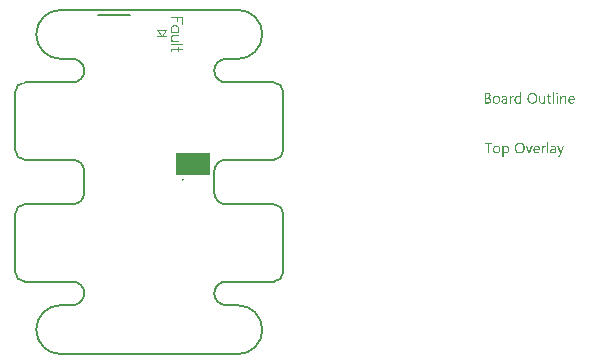
<source format=gto>
G04*
G04 #@! TF.GenerationSoftware,Altium Limited,Altium Designer,21.3.1 (25)*
G04*
G04 Layer_Color=65535*
%FSAX25Y25*%
%MOIN*%
G70*
G04*
G04 #@! TF.SameCoordinates,F5ED4B0F-9D4D-4CB6-A318-13B1BB274F9C*
G04*
G04*
G04 #@! TF.FilePolarity,Positive*
G04*
G01*
G75*
%ADD10C,0.00591*%
%ADD11C,0.00787*%
%ADD12C,0.00394*%
%ADD13R,0.11516X0.07792*%
G36*
X0136020Y0087185D02*
X0136045D01*
X0136101Y0087160D01*
X0136132Y0087141D01*
X0136162Y0087117D01*
X0136169Y0087111D01*
X0136175Y0087104D01*
X0136206Y0087067D01*
X0136231Y0087005D01*
X0136237Y0086968D01*
X0136243Y0086931D01*
Y0086925D01*
Y0086912D01*
X0136237Y0086894D01*
X0136231Y0086869D01*
X0136212Y0086807D01*
X0136187Y0086776D01*
X0136162Y0086745D01*
X0136156D01*
X0136150Y0086733D01*
X0136113Y0086708D01*
X0136057Y0086683D01*
X0136020Y0086677D01*
X0135983Y0086671D01*
X0135964D01*
X0135946Y0086677D01*
X0135921D01*
X0135859Y0086702D01*
X0135828Y0086714D01*
X0135797Y0086739D01*
Y0086745D01*
X0135785Y0086752D01*
X0135773Y0086770D01*
X0135760Y0086789D01*
X0135735Y0086851D01*
X0135729Y0086888D01*
X0135723Y0086931D01*
Y0086937D01*
Y0086949D01*
X0135729Y0086968D01*
X0135735Y0086999D01*
X0135754Y0087055D01*
X0135773Y0087086D01*
X0135797Y0087117D01*
X0135803Y0087123D01*
X0135810Y0087129D01*
X0135847Y0087154D01*
X0135909Y0087179D01*
X0135946Y0087191D01*
X0136002D01*
X0136020Y0087185D01*
D02*
G37*
G36*
X0124030Y0083520D02*
X0123628D01*
Y0083941D01*
X0123615D01*
Y0083935D01*
X0123603Y0083923D01*
X0123584Y0083898D01*
X0123566Y0083867D01*
X0123535Y0083830D01*
X0123498Y0083793D01*
X0123454Y0083749D01*
X0123405Y0083706D01*
X0123349Y0083657D01*
X0123281Y0083613D01*
X0123213Y0083576D01*
X0123133Y0083539D01*
X0123052Y0083508D01*
X0122959Y0083483D01*
X0122860Y0083471D01*
X0122755Y0083465D01*
X0122712D01*
X0122675Y0083471D01*
X0122637Y0083477D01*
X0122588Y0083483D01*
X0122483Y0083508D01*
X0122359Y0083545D01*
X0122235Y0083607D01*
X0122167Y0083644D01*
X0122111Y0083687D01*
X0122049Y0083743D01*
X0121994Y0083799D01*
Y0083805D01*
X0121981Y0083817D01*
X0121969Y0083836D01*
X0121950Y0083861D01*
X0121932Y0083892D01*
X0121907Y0083935D01*
X0121882Y0083985D01*
X0121857Y0084040D01*
X0121826Y0084102D01*
X0121802Y0084170D01*
X0121777Y0084245D01*
X0121758Y0084325D01*
X0121740Y0084412D01*
X0121727Y0084511D01*
X0121721Y0084610D01*
X0121715Y0084715D01*
Y0084721D01*
Y0084740D01*
Y0084777D01*
X0121721Y0084820D01*
X0121727Y0084870D01*
X0121734Y0084932D01*
X0121740Y0085000D01*
X0121752Y0085074D01*
X0121789Y0085235D01*
X0121845Y0085402D01*
X0121882Y0085483D01*
X0121925Y0085563D01*
X0121969Y0085637D01*
X0122025Y0085711D01*
X0122031Y0085718D01*
X0122037Y0085730D01*
X0122055Y0085749D01*
X0122080Y0085773D01*
X0122111Y0085798D01*
X0122154Y0085829D01*
X0122198Y0085866D01*
X0122247Y0085903D01*
X0122371Y0085971D01*
X0122513Y0086033D01*
X0122594Y0086052D01*
X0122681Y0086071D01*
X0122767Y0086083D01*
X0122866Y0086089D01*
X0122916D01*
X0122953Y0086083D01*
X0122990Y0086077D01*
X0123040Y0086071D01*
X0123151Y0086040D01*
X0123275Y0085990D01*
X0123337Y0085959D01*
X0123399Y0085916D01*
X0123461Y0085873D01*
X0123516Y0085817D01*
X0123566Y0085755D01*
X0123615Y0085681D01*
X0123628D01*
Y0087240D01*
X0124030D01*
Y0083520D01*
D02*
G37*
G36*
X0138298Y0086083D02*
X0138372Y0086077D01*
X0138465Y0086058D01*
X0138564Y0086027D01*
X0138669Y0085978D01*
X0138775Y0085910D01*
X0138818Y0085873D01*
X0138861Y0085823D01*
X0138874Y0085811D01*
X0138899Y0085773D01*
X0138929Y0085711D01*
X0138973Y0085625D01*
X0139010Y0085520D01*
X0139047Y0085390D01*
X0139072Y0085235D01*
X0139078Y0085055D01*
Y0083520D01*
X0138676D01*
Y0084950D01*
Y0084956D01*
Y0084987D01*
X0138669Y0085024D01*
Y0085074D01*
X0138657Y0085136D01*
X0138645Y0085204D01*
X0138626Y0085278D01*
X0138601Y0085352D01*
X0138570Y0085427D01*
X0138533Y0085495D01*
X0138484Y0085563D01*
X0138428Y0085625D01*
X0138366Y0085674D01*
X0138286Y0085711D01*
X0138199Y0085742D01*
X0138094Y0085749D01*
X0138081D01*
X0138044Y0085742D01*
X0137988Y0085736D01*
X0137920Y0085718D01*
X0137840Y0085693D01*
X0137753Y0085650D01*
X0137673Y0085594D01*
X0137592Y0085520D01*
X0137586Y0085507D01*
X0137561Y0085483D01*
X0137531Y0085433D01*
X0137493Y0085365D01*
X0137456Y0085284D01*
X0137425Y0085185D01*
X0137400Y0085074D01*
X0137394Y0084950D01*
Y0083520D01*
X0136992D01*
Y0086033D01*
X0137394D01*
Y0085612D01*
X0137407D01*
X0137413Y0085619D01*
X0137419Y0085631D01*
X0137438Y0085656D01*
X0137462Y0085687D01*
X0137487Y0085724D01*
X0137524Y0085761D01*
X0137568Y0085804D01*
X0137617Y0085854D01*
X0137673Y0085897D01*
X0137735Y0085941D01*
X0137803Y0085978D01*
X0137877Y0086015D01*
X0137951Y0086046D01*
X0138038Y0086071D01*
X0138131Y0086083D01*
X0138230Y0086089D01*
X0138267D01*
X0138298Y0086083D01*
D02*
G37*
G36*
X0121300Y0086071D02*
X0121375Y0086064D01*
X0121418Y0086052D01*
X0121449Y0086040D01*
Y0085625D01*
X0121443Y0085631D01*
X0121430Y0085637D01*
X0121405Y0085650D01*
X0121375Y0085668D01*
X0121331Y0085681D01*
X0121275Y0085693D01*
X0121214Y0085699D01*
X0121145Y0085705D01*
X0121133D01*
X0121102Y0085699D01*
X0121053Y0085693D01*
X0120997Y0085674D01*
X0120923Y0085644D01*
X0120855Y0085600D01*
X0120780Y0085538D01*
X0120712Y0085458D01*
X0120706Y0085445D01*
X0120687Y0085414D01*
X0120657Y0085359D01*
X0120626Y0085284D01*
X0120595Y0085192D01*
X0120564Y0085074D01*
X0120545Y0084944D01*
X0120539Y0084795D01*
Y0083520D01*
X0120137D01*
Y0086033D01*
X0120539D01*
Y0085514D01*
X0120551D01*
Y0085520D01*
X0120557Y0085526D01*
X0120570Y0085557D01*
X0120588Y0085606D01*
X0120619Y0085668D01*
X0120650Y0085730D01*
X0120700Y0085798D01*
X0120749Y0085866D01*
X0120811Y0085928D01*
X0120817Y0085934D01*
X0120842Y0085953D01*
X0120879Y0085978D01*
X0120929Y0086002D01*
X0120985Y0086027D01*
X0121053Y0086052D01*
X0121127Y0086071D01*
X0121207Y0086077D01*
X0121263D01*
X0121300Y0086071D01*
D02*
G37*
G36*
X0132040Y0083520D02*
X0131638D01*
Y0083916D01*
X0131625D01*
Y0083910D01*
X0131613Y0083898D01*
X0131600Y0083873D01*
X0131576Y0083848D01*
X0131520Y0083774D01*
X0131433Y0083694D01*
X0131384Y0083650D01*
X0131328Y0083607D01*
X0131266Y0083570D01*
X0131192Y0083533D01*
X0131118Y0083508D01*
X0131037Y0083483D01*
X0130944Y0083471D01*
X0130851Y0083465D01*
X0130814D01*
X0130771Y0083471D01*
X0130709Y0083483D01*
X0130641Y0083495D01*
X0130567Y0083520D01*
X0130486Y0083551D01*
X0130406Y0083601D01*
X0130319Y0083657D01*
X0130239Y0083725D01*
X0130164Y0083811D01*
X0130096Y0083916D01*
X0130034Y0084034D01*
X0129991Y0084176D01*
X0129966Y0084344D01*
X0129954Y0084430D01*
Y0084529D01*
Y0086033D01*
X0130350D01*
Y0084591D01*
Y0084585D01*
Y0084560D01*
X0130356Y0084517D01*
X0130362Y0084467D01*
X0130369Y0084405D01*
X0130381Y0084344D01*
X0130400Y0084269D01*
X0130424Y0084195D01*
X0130462Y0084121D01*
X0130499Y0084053D01*
X0130548Y0083985D01*
X0130610Y0083923D01*
X0130678Y0083873D01*
X0130759Y0083836D01*
X0130858Y0083805D01*
X0130963Y0083799D01*
X0130975D01*
X0131012Y0083805D01*
X0131068Y0083811D01*
X0131130Y0083824D01*
X0131210Y0083855D01*
X0131291Y0083892D01*
X0131371Y0083941D01*
X0131446Y0084016D01*
X0131452Y0084028D01*
X0131477Y0084053D01*
X0131508Y0084102D01*
X0131545Y0084170D01*
X0131576Y0084251D01*
X0131607Y0084350D01*
X0131631Y0084461D01*
X0131638Y0084585D01*
Y0086033D01*
X0132040D01*
Y0083520D01*
D02*
G37*
G36*
X0136175D02*
X0135773D01*
Y0086033D01*
X0136175D01*
Y0083520D01*
D02*
G37*
G36*
X0134955D02*
X0134553D01*
Y0087240D01*
X0134955D01*
Y0083520D01*
D02*
G37*
G36*
X0118577Y0086083D02*
X0118632Y0086077D01*
X0118701Y0086058D01*
X0118775Y0086040D01*
X0118855Y0086009D01*
X0118942Y0085971D01*
X0119022Y0085922D01*
X0119103Y0085860D01*
X0119177Y0085786D01*
X0119245Y0085693D01*
X0119301Y0085588D01*
X0119344Y0085464D01*
X0119369Y0085322D01*
X0119381Y0085154D01*
Y0083520D01*
X0118979D01*
Y0083910D01*
X0118967D01*
Y0083904D01*
X0118954Y0083892D01*
X0118942Y0083867D01*
X0118917Y0083842D01*
X0118855Y0083768D01*
X0118775Y0083687D01*
X0118663Y0083607D01*
X0118533Y0083533D01*
X0118453Y0083508D01*
X0118372Y0083483D01*
X0118286Y0083471D01*
X0118193Y0083465D01*
X0118156D01*
X0118131Y0083471D01*
X0118063Y0083477D01*
X0117982Y0083489D01*
X0117883Y0083514D01*
X0117791Y0083545D01*
X0117692Y0083595D01*
X0117605Y0083657D01*
X0117599Y0083669D01*
X0117574Y0083694D01*
X0117537Y0083737D01*
X0117500Y0083799D01*
X0117463Y0083873D01*
X0117425Y0083960D01*
X0117401Y0084065D01*
X0117394Y0084183D01*
Y0084189D01*
Y0084214D01*
X0117401Y0084251D01*
X0117407Y0084294D01*
X0117419Y0084350D01*
X0117438Y0084412D01*
X0117463Y0084480D01*
X0117500Y0084548D01*
X0117543Y0084622D01*
X0117599Y0084696D01*
X0117667Y0084764D01*
X0117747Y0084826D01*
X0117840Y0084888D01*
X0117952Y0084938D01*
X0118075Y0084975D01*
X0118224Y0085006D01*
X0118979Y0085111D01*
Y0085117D01*
Y0085136D01*
X0118973Y0085173D01*
Y0085210D01*
X0118960Y0085260D01*
X0118954Y0085315D01*
X0118917Y0085433D01*
X0118886Y0085489D01*
X0118855Y0085544D01*
X0118812Y0085600D01*
X0118762Y0085650D01*
X0118701Y0085693D01*
X0118632Y0085724D01*
X0118552Y0085742D01*
X0118459Y0085749D01*
X0118416D01*
X0118385Y0085742D01*
X0118342D01*
X0118298Y0085730D01*
X0118187Y0085711D01*
X0118063Y0085674D01*
X0117927Y0085619D01*
X0117852Y0085582D01*
X0117784Y0085544D01*
X0117710Y0085495D01*
X0117642Y0085439D01*
Y0085854D01*
X0117648D01*
X0117661Y0085866D01*
X0117679Y0085879D01*
X0117710Y0085891D01*
X0117741Y0085910D01*
X0117784Y0085928D01*
X0117834Y0085947D01*
X0117890Y0085971D01*
X0118013Y0086015D01*
X0118162Y0086052D01*
X0118323Y0086077D01*
X0118496Y0086089D01*
X0118533D01*
X0118577Y0086083D01*
D02*
G37*
G36*
X0112888Y0087030D02*
X0112931D01*
X0112975Y0087024D01*
X0113074Y0087011D01*
X0113191Y0086980D01*
X0113315Y0086943D01*
X0113433Y0086888D01*
X0113538Y0086813D01*
X0113544D01*
X0113550Y0086801D01*
X0113581Y0086776D01*
X0113625Y0086727D01*
X0113674Y0086659D01*
X0113717Y0086572D01*
X0113761Y0086473D01*
X0113792Y0086361D01*
X0113804Y0086300D01*
Y0086231D01*
Y0086225D01*
Y0086219D01*
Y0086182D01*
X0113798Y0086126D01*
X0113786Y0086058D01*
X0113767Y0085971D01*
X0113736Y0085885D01*
X0113699Y0085798D01*
X0113643Y0085711D01*
X0113637Y0085699D01*
X0113612Y0085674D01*
X0113575Y0085637D01*
X0113526Y0085588D01*
X0113464Y0085538D01*
X0113390Y0085483D01*
X0113297Y0085439D01*
X0113198Y0085396D01*
Y0085390D01*
X0113216D01*
X0113235Y0085383D01*
X0113253Y0085377D01*
X0113321Y0085365D01*
X0113402Y0085340D01*
X0113488Y0085303D01*
X0113581Y0085260D01*
X0113674Y0085198D01*
X0113761Y0085117D01*
X0113773Y0085105D01*
X0113798Y0085074D01*
X0113829Y0085031D01*
X0113872Y0084963D01*
X0113909Y0084876D01*
X0113947Y0084777D01*
X0113971Y0084659D01*
X0113978Y0084529D01*
Y0084523D01*
Y0084511D01*
Y0084486D01*
X0113971Y0084455D01*
X0113965Y0084418D01*
X0113959Y0084374D01*
X0113934Y0084269D01*
X0113897Y0084152D01*
X0113841Y0084028D01*
X0113804Y0083972D01*
X0113761Y0083910D01*
X0113705Y0083855D01*
X0113649Y0083799D01*
X0113643D01*
X0113637Y0083786D01*
X0113619Y0083774D01*
X0113594Y0083755D01*
X0113563Y0083737D01*
X0113520Y0083712D01*
X0113427Y0083663D01*
X0113309Y0083607D01*
X0113173Y0083564D01*
X0113012Y0083533D01*
X0112931Y0083526D01*
X0112839Y0083520D01*
X0111811D01*
Y0087036D01*
X0112857D01*
X0112888Y0087030D01*
D02*
G37*
G36*
X0133383Y0086033D02*
X0134021D01*
Y0085687D01*
X0133383D01*
Y0084269D01*
Y0084257D01*
Y0084226D01*
X0133389Y0084183D01*
X0133396Y0084127D01*
X0133420Y0084009D01*
X0133439Y0083954D01*
X0133470Y0083910D01*
X0133476Y0083904D01*
X0133488Y0083892D01*
X0133507Y0083879D01*
X0133538Y0083861D01*
X0133575Y0083836D01*
X0133625Y0083824D01*
X0133686Y0083811D01*
X0133755Y0083805D01*
X0133779D01*
X0133810Y0083811D01*
X0133847Y0083817D01*
X0133934Y0083842D01*
X0133977Y0083861D01*
X0134021Y0083886D01*
Y0083539D01*
X0134015D01*
X0133996Y0083526D01*
X0133965Y0083520D01*
X0133922Y0083508D01*
X0133866Y0083495D01*
X0133804Y0083483D01*
X0133730Y0083477D01*
X0133643Y0083471D01*
X0133612D01*
X0133581Y0083477D01*
X0133538Y0083483D01*
X0133488Y0083495D01*
X0133433Y0083508D01*
X0133377Y0083533D01*
X0133315Y0083564D01*
X0133253Y0083601D01*
X0133191Y0083650D01*
X0133136Y0083706D01*
X0133086Y0083780D01*
X0133043Y0083861D01*
X0133012Y0083960D01*
X0132987Y0084071D01*
X0132981Y0084201D01*
Y0085687D01*
X0132554D01*
Y0086033D01*
X0132981D01*
Y0086646D01*
X0133383Y0086776D01*
Y0086033D01*
D02*
G37*
G36*
X0140910Y0086083D02*
X0140954Y0086077D01*
X0140997Y0086071D01*
X0141108Y0086052D01*
X0141232Y0086009D01*
X0141356Y0085953D01*
X0141418Y0085916D01*
X0141480Y0085873D01*
X0141535Y0085823D01*
X0141591Y0085767D01*
X0141597Y0085761D01*
X0141604Y0085755D01*
X0141616Y0085736D01*
X0141634Y0085711D01*
X0141653Y0085674D01*
X0141678Y0085637D01*
X0141702Y0085594D01*
X0141727Y0085538D01*
X0141752Y0085476D01*
X0141777Y0085414D01*
X0141802Y0085340D01*
X0141820Y0085260D01*
X0141839Y0085173D01*
X0141851Y0085086D01*
X0141864Y0084987D01*
Y0084882D01*
Y0084672D01*
X0140087D01*
Y0084665D01*
Y0084653D01*
Y0084635D01*
X0140093Y0084604D01*
X0140099Y0084566D01*
Y0084529D01*
X0140118Y0084430D01*
X0140149Y0084331D01*
X0140186Y0084220D01*
X0140242Y0084114D01*
X0140310Y0084022D01*
X0140322Y0084009D01*
X0140347Y0083985D01*
X0140396Y0083954D01*
X0140464Y0083910D01*
X0140551Y0083867D01*
X0140650Y0083836D01*
X0140768Y0083811D01*
X0140904Y0083799D01*
X0140947D01*
X0140978Y0083805D01*
X0141015D01*
X0141059Y0083811D01*
X0141164Y0083836D01*
X0141282Y0083867D01*
X0141412Y0083916D01*
X0141548Y0083985D01*
X0141616Y0084028D01*
X0141684Y0084077D01*
Y0083700D01*
X0141678D01*
X0141672Y0083687D01*
X0141653Y0083681D01*
X0141622Y0083663D01*
X0141591Y0083644D01*
X0141554Y0083626D01*
X0141504Y0083607D01*
X0141455Y0083582D01*
X0141393Y0083557D01*
X0141325Y0083539D01*
X0141176Y0083502D01*
X0141003Y0083477D01*
X0140811Y0083465D01*
X0140762D01*
X0140725Y0083471D01*
X0140681Y0083477D01*
X0140626Y0083483D01*
X0140508Y0083508D01*
X0140372Y0083545D01*
X0140235Y0083607D01*
X0140167Y0083650D01*
X0140099Y0083694D01*
X0140037Y0083743D01*
X0139976Y0083805D01*
X0139969Y0083811D01*
X0139963Y0083824D01*
X0139951Y0083842D01*
X0139926Y0083867D01*
X0139907Y0083904D01*
X0139883Y0083947D01*
X0139852Y0083997D01*
X0139827Y0084053D01*
X0139796Y0084114D01*
X0139771Y0084189D01*
X0139740Y0084269D01*
X0139722Y0084356D01*
X0139703Y0084449D01*
X0139685Y0084548D01*
X0139678Y0084653D01*
X0139672Y0084764D01*
Y0084771D01*
Y0084789D01*
Y0084820D01*
X0139678Y0084864D01*
X0139685Y0084913D01*
X0139691Y0084969D01*
X0139697Y0085037D01*
X0139716Y0085105D01*
X0139753Y0085254D01*
X0139808Y0085414D01*
X0139846Y0085495D01*
X0139895Y0085569D01*
X0139945Y0085650D01*
X0140000Y0085718D01*
X0140006Y0085724D01*
X0140019Y0085736D01*
X0140037Y0085755D01*
X0140062Y0085773D01*
X0140093Y0085804D01*
X0140130Y0085835D01*
X0140180Y0085866D01*
X0140229Y0085903D01*
X0140347Y0085971D01*
X0140489Y0086033D01*
X0140570Y0086052D01*
X0140650Y0086071D01*
X0140737Y0086083D01*
X0140830Y0086089D01*
X0140879D01*
X0140910Y0086083D01*
D02*
G37*
G36*
X0127868Y0087092D02*
X0127930Y0087086D01*
X0128004Y0087073D01*
X0128085Y0087055D01*
X0128171Y0087036D01*
X0128258Y0087011D01*
X0128357Y0086980D01*
X0128450Y0086937D01*
X0128549Y0086888D01*
X0128648Y0086832D01*
X0128741Y0086764D01*
X0128833Y0086690D01*
X0128920Y0086603D01*
X0128926Y0086597D01*
X0128939Y0086578D01*
X0128963Y0086553D01*
X0128988Y0086516D01*
X0129025Y0086467D01*
X0129063Y0086405D01*
X0129100Y0086337D01*
X0129143Y0086263D01*
X0129186Y0086170D01*
X0129224Y0086077D01*
X0129261Y0085971D01*
X0129298Y0085854D01*
X0129323Y0085736D01*
X0129347Y0085606D01*
X0129360Y0085464D01*
X0129366Y0085322D01*
Y0085309D01*
Y0085284D01*
Y0085241D01*
X0129360Y0085179D01*
X0129353Y0085105D01*
X0129341Y0085024D01*
X0129329Y0084932D01*
X0129310Y0084826D01*
X0129285Y0084721D01*
X0129254Y0084610D01*
X0129217Y0084498D01*
X0129174Y0084387D01*
X0129118Y0084269D01*
X0129056Y0084164D01*
X0128988Y0084059D01*
X0128908Y0083960D01*
X0128902Y0083954D01*
X0128889Y0083941D01*
X0128858Y0083916D01*
X0128827Y0083886D01*
X0128778Y0083842D01*
X0128722Y0083805D01*
X0128660Y0083755D01*
X0128586Y0083712D01*
X0128505Y0083669D01*
X0128413Y0083619D01*
X0128314Y0083582D01*
X0128202Y0083545D01*
X0128085Y0083508D01*
X0127961Y0083483D01*
X0127831Y0083471D01*
X0127688Y0083465D01*
X0127657D01*
X0127614Y0083471D01*
X0127565D01*
X0127503Y0083477D01*
X0127428Y0083489D01*
X0127348Y0083508D01*
X0127255Y0083526D01*
X0127162Y0083551D01*
X0127063Y0083582D01*
X0126964Y0083626D01*
X0126865Y0083669D01*
X0126766Y0083725D01*
X0126667Y0083793D01*
X0126574Y0083867D01*
X0126488Y0083954D01*
X0126481Y0083960D01*
X0126469Y0083978D01*
X0126444Y0084003D01*
X0126419Y0084040D01*
X0126382Y0084090D01*
X0126345Y0084152D01*
X0126308Y0084220D01*
X0126265Y0084300D01*
X0126221Y0084387D01*
X0126184Y0084480D01*
X0126147Y0084585D01*
X0126110Y0084703D01*
X0126085Y0084820D01*
X0126060Y0084950D01*
X0126048Y0085093D01*
X0126042Y0085235D01*
Y0085247D01*
Y0085272D01*
X0126048Y0085315D01*
Y0085377D01*
X0126054Y0085445D01*
X0126067Y0085532D01*
X0126079Y0085625D01*
X0126098Y0085724D01*
X0126122Y0085829D01*
X0126153Y0085941D01*
X0126190Y0086052D01*
X0126234Y0086163D01*
X0126289Y0086275D01*
X0126351Y0086386D01*
X0126419Y0086492D01*
X0126500Y0086590D01*
X0126506Y0086597D01*
X0126518Y0086615D01*
X0126549Y0086640D01*
X0126587Y0086671D01*
X0126630Y0086708D01*
X0126686Y0086752D01*
X0126754Y0086795D01*
X0126828Y0086844D01*
X0126915Y0086894D01*
X0127007Y0086937D01*
X0127106Y0086980D01*
X0127218Y0087018D01*
X0127342Y0087049D01*
X0127472Y0087080D01*
X0127608Y0087092D01*
X0127750Y0087098D01*
X0127818D01*
X0127868Y0087092D01*
D02*
G37*
G36*
X0115841Y0086083D02*
X0115884Y0086077D01*
X0115940Y0086071D01*
X0116064Y0086046D01*
X0116206Y0086002D01*
X0116348Y0085941D01*
X0116423Y0085903D01*
X0116491Y0085860D01*
X0116559Y0085804D01*
X0116621Y0085742D01*
X0116627Y0085736D01*
X0116633Y0085724D01*
X0116652Y0085705D01*
X0116670Y0085681D01*
X0116695Y0085644D01*
X0116720Y0085600D01*
X0116751Y0085551D01*
X0116782Y0085495D01*
X0116806Y0085427D01*
X0116837Y0085359D01*
X0116862Y0085278D01*
X0116887Y0085192D01*
X0116905Y0085099D01*
X0116924Y0085000D01*
X0116930Y0084895D01*
X0116936Y0084783D01*
Y0084777D01*
Y0084758D01*
Y0084727D01*
X0116930Y0084684D01*
X0116924Y0084635D01*
X0116918Y0084573D01*
X0116905Y0084511D01*
X0116893Y0084436D01*
X0116856Y0084288D01*
X0116794Y0084127D01*
X0116757Y0084046D01*
X0116707Y0083966D01*
X0116658Y0083892D01*
X0116596Y0083824D01*
X0116590Y0083817D01*
X0116577Y0083811D01*
X0116559Y0083793D01*
X0116534Y0083768D01*
X0116497Y0083743D01*
X0116460Y0083712D01*
X0116410Y0083675D01*
X0116355Y0083644D01*
X0116293Y0083613D01*
X0116225Y0083576D01*
X0116150Y0083545D01*
X0116070Y0083520D01*
X0115983Y0083495D01*
X0115890Y0083483D01*
X0115791Y0083471D01*
X0115686Y0083465D01*
X0115630D01*
X0115593Y0083471D01*
X0115550Y0083477D01*
X0115494Y0083483D01*
X0115432Y0083495D01*
X0115364Y0083508D01*
X0115222Y0083551D01*
X0115073Y0083613D01*
X0114999Y0083650D01*
X0114931Y0083700D01*
X0114863Y0083749D01*
X0114795Y0083811D01*
X0114788Y0083817D01*
X0114782Y0083830D01*
X0114764Y0083848D01*
X0114745Y0083873D01*
X0114720Y0083910D01*
X0114689Y0083954D01*
X0114658Y0084003D01*
X0114634Y0084059D01*
X0114603Y0084127D01*
X0114572Y0084195D01*
X0114541Y0084269D01*
X0114516Y0084356D01*
X0114479Y0084542D01*
X0114473Y0084641D01*
X0114467Y0084746D01*
Y0084752D01*
Y0084777D01*
Y0084808D01*
X0114473Y0084851D01*
X0114479Y0084901D01*
X0114485Y0084963D01*
X0114497Y0085031D01*
X0114510Y0085105D01*
X0114547Y0085266D01*
X0114609Y0085427D01*
X0114652Y0085507D01*
X0114696Y0085588D01*
X0114745Y0085662D01*
X0114807Y0085730D01*
X0114813Y0085736D01*
X0114825Y0085749D01*
X0114844Y0085761D01*
X0114869Y0085786D01*
X0114906Y0085811D01*
X0114949Y0085842D01*
X0114999Y0085879D01*
X0115055Y0085910D01*
X0115117Y0085941D01*
X0115191Y0085978D01*
X0115265Y0086009D01*
X0115352Y0086033D01*
X0115438Y0086058D01*
X0115537Y0086077D01*
X0115643Y0086083D01*
X0115748Y0086089D01*
X0115804D01*
X0115841Y0086083D01*
D02*
G37*
G36*
X0119053Y0069493D02*
X0119097Y0069487D01*
X0119140Y0069481D01*
X0119251Y0069456D01*
X0119375Y0069419D01*
X0119499Y0069357D01*
X0119561Y0069320D01*
X0119623Y0069270D01*
X0119678Y0069221D01*
X0119734Y0069159D01*
X0119740Y0069152D01*
X0119747Y0069146D01*
X0119759Y0069122D01*
X0119778Y0069097D01*
X0119796Y0069066D01*
X0119821Y0069023D01*
X0119846Y0068973D01*
X0119870Y0068923D01*
X0119895Y0068862D01*
X0119920Y0068793D01*
X0119945Y0068719D01*
X0119963Y0068639D01*
X0119994Y0068459D01*
X0120007Y0068360D01*
Y0068255D01*
Y0068249D01*
Y0068230D01*
Y0068193D01*
X0120000Y0068150D01*
Y0068100D01*
X0119988Y0068038D01*
X0119982Y0067970D01*
X0119969Y0067896D01*
X0119932Y0067735D01*
X0119877Y0067568D01*
X0119840Y0067487D01*
X0119802Y0067407D01*
X0119753Y0067326D01*
X0119697Y0067252D01*
X0119691Y0067246D01*
X0119685Y0067234D01*
X0119666Y0067215D01*
X0119641Y0067197D01*
X0119610Y0067165D01*
X0119573Y0067135D01*
X0119530Y0067098D01*
X0119480Y0067067D01*
X0119425Y0067029D01*
X0119363Y0066992D01*
X0119214Y0066936D01*
X0119134Y0066912D01*
X0119053Y0066893D01*
X0118960Y0066881D01*
X0118861Y0066875D01*
X0118812D01*
X0118781Y0066881D01*
X0118738Y0066887D01*
X0118694Y0066899D01*
X0118583Y0066924D01*
X0118465Y0066974D01*
X0118397Y0067011D01*
X0118335Y0067048D01*
X0118273Y0067098D01*
X0118218Y0067153D01*
X0118156Y0067215D01*
X0118106Y0067289D01*
X0118094D01*
Y0065779D01*
X0117692D01*
Y0069444D01*
X0118094D01*
Y0068998D01*
X0118106D01*
X0118112Y0069004D01*
X0118119Y0069023D01*
X0118137Y0069047D01*
X0118162Y0069078D01*
X0118193Y0069115D01*
X0118230Y0069159D01*
X0118273Y0069202D01*
X0118329Y0069252D01*
X0118385Y0069295D01*
X0118447Y0069338D01*
X0118521Y0069382D01*
X0118595Y0069419D01*
X0118682Y0069456D01*
X0118775Y0069481D01*
X0118868Y0069493D01*
X0118973Y0069499D01*
X0119022D01*
X0119053Y0069493D01*
D02*
G37*
G36*
X0132009Y0069481D02*
X0132083Y0069474D01*
X0132127Y0069462D01*
X0132158Y0069450D01*
Y0069035D01*
X0132151Y0069041D01*
X0132139Y0069047D01*
X0132114Y0069060D01*
X0132083Y0069078D01*
X0132040Y0069091D01*
X0131984Y0069103D01*
X0131922Y0069109D01*
X0131854Y0069115D01*
X0131842D01*
X0131811Y0069109D01*
X0131761Y0069103D01*
X0131706Y0069085D01*
X0131631Y0069054D01*
X0131563Y0069010D01*
X0131489Y0068948D01*
X0131421Y0068868D01*
X0131415Y0068855D01*
X0131396Y0068824D01*
X0131365Y0068769D01*
X0131334Y0068695D01*
X0131303Y0068602D01*
X0131272Y0068484D01*
X0131254Y0068354D01*
X0131248Y0068205D01*
Y0066930D01*
X0130845D01*
Y0069444D01*
X0131248D01*
Y0068923D01*
X0131260D01*
Y0068930D01*
X0131266Y0068936D01*
X0131279Y0068967D01*
X0131297Y0069016D01*
X0131328Y0069078D01*
X0131359Y0069140D01*
X0131409Y0069208D01*
X0131458Y0069276D01*
X0131520Y0069338D01*
X0131526Y0069344D01*
X0131551Y0069363D01*
X0131588Y0069388D01*
X0131638Y0069412D01*
X0131693Y0069437D01*
X0131761Y0069462D01*
X0131836Y0069481D01*
X0131916Y0069487D01*
X0131972D01*
X0132009Y0069481D01*
D02*
G37*
G36*
X0137215Y0066528D02*
X0137209Y0066522D01*
X0137202Y0066497D01*
X0137184Y0066454D01*
X0137159Y0066404D01*
X0137128Y0066348D01*
X0137085Y0066280D01*
X0137041Y0066212D01*
X0136992Y0066138D01*
X0136930Y0066064D01*
X0136868Y0065996D01*
X0136794Y0065927D01*
X0136713Y0065872D01*
X0136633Y0065822D01*
X0136540Y0065779D01*
X0136447Y0065754D01*
X0136342Y0065748D01*
X0136286D01*
X0136249Y0065754D01*
X0136169Y0065767D01*
X0136082Y0065785D01*
Y0066144D01*
X0136088D01*
X0136107Y0066138D01*
X0136132Y0066132D01*
X0136162Y0066126D01*
X0136237Y0066107D01*
X0136317Y0066101D01*
X0136330D01*
X0136367Y0066107D01*
X0136423Y0066119D01*
X0136491Y0066144D01*
X0136565Y0066188D01*
X0136602Y0066219D01*
X0136639Y0066256D01*
X0136676Y0066293D01*
X0136713Y0066342D01*
X0136744Y0066398D01*
X0136775Y0066460D01*
X0136980Y0066930D01*
X0135995Y0069444D01*
X0136441D01*
X0137122Y0067506D01*
Y0067500D01*
X0137128Y0067487D01*
X0137134Y0067469D01*
X0137141Y0067444D01*
X0137147Y0067407D01*
X0137159Y0067370D01*
X0137171Y0067314D01*
X0137190D01*
Y0067326D01*
X0137202Y0067364D01*
X0137215Y0067419D01*
X0137240Y0067500D01*
X0137951Y0069444D01*
X0138366D01*
X0137215Y0066528D01*
D02*
G37*
G36*
X0126785Y0066930D02*
X0126389D01*
X0125435Y0069444D01*
X0125875D01*
X0126518Y0067617D01*
X0126525Y0067611D01*
X0126531Y0067586D01*
X0126543Y0067543D01*
X0126556Y0067500D01*
X0126568Y0067444D01*
X0126587Y0067382D01*
X0126605Y0067265D01*
X0126611D01*
Y0067271D01*
X0126618Y0067295D01*
X0126624Y0067333D01*
X0126630Y0067376D01*
X0126642Y0067432D01*
X0126655Y0067487D01*
X0126692Y0067605D01*
X0127360Y0069444D01*
X0127781D01*
X0126785Y0066930D01*
D02*
G37*
G36*
X0134807Y0069493D02*
X0134863Y0069487D01*
X0134931Y0069468D01*
X0135005Y0069450D01*
X0135085Y0069419D01*
X0135172Y0069382D01*
X0135252Y0069332D01*
X0135333Y0069270D01*
X0135407Y0069196D01*
X0135475Y0069103D01*
X0135531Y0068998D01*
X0135574Y0068874D01*
X0135599Y0068732D01*
X0135612Y0068564D01*
Y0066930D01*
X0135209D01*
Y0067320D01*
X0135197D01*
Y0067314D01*
X0135185Y0067302D01*
X0135172Y0067277D01*
X0135147Y0067252D01*
X0135085Y0067178D01*
X0135005Y0067098D01*
X0134894Y0067017D01*
X0134764Y0066943D01*
X0134683Y0066918D01*
X0134603Y0066893D01*
X0134516Y0066881D01*
X0134423Y0066875D01*
X0134386D01*
X0134361Y0066881D01*
X0134293Y0066887D01*
X0134213Y0066899D01*
X0134114Y0066924D01*
X0134021Y0066955D01*
X0133922Y0067005D01*
X0133835Y0067067D01*
X0133829Y0067079D01*
X0133804Y0067104D01*
X0133767Y0067147D01*
X0133730Y0067209D01*
X0133693Y0067283D01*
X0133656Y0067370D01*
X0133631Y0067475D01*
X0133625Y0067593D01*
Y0067599D01*
Y0067624D01*
X0133631Y0067661D01*
X0133637Y0067704D01*
X0133649Y0067760D01*
X0133668Y0067822D01*
X0133693Y0067890D01*
X0133730Y0067958D01*
X0133773Y0068032D01*
X0133829Y0068106D01*
X0133897Y0068174D01*
X0133977Y0068236D01*
X0134070Y0068298D01*
X0134182Y0068348D01*
X0134306Y0068385D01*
X0134454Y0068416D01*
X0135209Y0068521D01*
Y0068527D01*
Y0068546D01*
X0135203Y0068583D01*
Y0068620D01*
X0135191Y0068670D01*
X0135185Y0068725D01*
X0135147Y0068843D01*
X0135116Y0068899D01*
X0135085Y0068954D01*
X0135042Y0069010D01*
X0134993Y0069060D01*
X0134931Y0069103D01*
X0134863Y0069134D01*
X0134782Y0069152D01*
X0134689Y0069159D01*
X0134646D01*
X0134615Y0069152D01*
X0134572D01*
X0134528Y0069140D01*
X0134417Y0069122D01*
X0134293Y0069085D01*
X0134157Y0069029D01*
X0134083Y0068992D01*
X0134015Y0068954D01*
X0133940Y0068905D01*
X0133872Y0068849D01*
Y0069264D01*
X0133878D01*
X0133891Y0069276D01*
X0133909Y0069289D01*
X0133940Y0069301D01*
X0133971Y0069320D01*
X0134015Y0069338D01*
X0134064Y0069357D01*
X0134120Y0069382D01*
X0134244Y0069425D01*
X0134392Y0069462D01*
X0134553Y0069487D01*
X0134726Y0069499D01*
X0134764D01*
X0134807Y0069493D01*
D02*
G37*
G36*
X0132993Y0066930D02*
X0132591D01*
Y0070651D01*
X0132993D01*
Y0066930D01*
D02*
G37*
G36*
X0114250Y0070075D02*
X0113235D01*
Y0066930D01*
X0112826D01*
Y0070075D01*
X0111811D01*
Y0070446D01*
X0114250D01*
Y0070075D01*
D02*
G37*
G36*
X0129285Y0069493D02*
X0129329Y0069487D01*
X0129372Y0069481D01*
X0129483Y0069462D01*
X0129607Y0069419D01*
X0129731Y0069363D01*
X0129793Y0069326D01*
X0129855Y0069283D01*
X0129911Y0069233D01*
X0129966Y0069177D01*
X0129973Y0069171D01*
X0129979Y0069165D01*
X0129991Y0069146D01*
X0130010Y0069122D01*
X0130028Y0069085D01*
X0130053Y0069047D01*
X0130078Y0069004D01*
X0130103Y0068948D01*
X0130127Y0068886D01*
X0130152Y0068824D01*
X0130177Y0068750D01*
X0130195Y0068670D01*
X0130214Y0068583D01*
X0130226Y0068496D01*
X0130239Y0068397D01*
Y0068292D01*
Y0068082D01*
X0128462D01*
Y0068076D01*
Y0068063D01*
Y0068045D01*
X0128468Y0068014D01*
X0128474Y0067976D01*
Y0067939D01*
X0128493Y0067840D01*
X0128524Y0067741D01*
X0128561Y0067630D01*
X0128617Y0067525D01*
X0128685Y0067432D01*
X0128697Y0067419D01*
X0128722Y0067395D01*
X0128772Y0067364D01*
X0128840Y0067320D01*
X0128926Y0067277D01*
X0129025Y0067246D01*
X0129143Y0067221D01*
X0129279Y0067209D01*
X0129323D01*
X0129353Y0067215D01*
X0129391D01*
X0129434Y0067221D01*
X0129539Y0067246D01*
X0129657Y0067277D01*
X0129787Y0067326D01*
X0129923Y0067395D01*
X0129991Y0067438D01*
X0130059Y0067487D01*
Y0067110D01*
X0130053D01*
X0130047Y0067098D01*
X0130028Y0067091D01*
X0129997Y0067073D01*
X0129966Y0067054D01*
X0129929Y0067036D01*
X0129880Y0067017D01*
X0129830Y0066992D01*
X0129768Y0066967D01*
X0129700Y0066949D01*
X0129552Y0066912D01*
X0129378Y0066887D01*
X0129186Y0066875D01*
X0129137D01*
X0129100Y0066881D01*
X0129056Y0066887D01*
X0129001Y0066893D01*
X0128883Y0066918D01*
X0128747Y0066955D01*
X0128611Y0067017D01*
X0128543Y0067060D01*
X0128474Y0067104D01*
X0128413Y0067153D01*
X0128351Y0067215D01*
X0128345Y0067221D01*
X0128338Y0067234D01*
X0128326Y0067252D01*
X0128301Y0067277D01*
X0128283Y0067314D01*
X0128258Y0067357D01*
X0128227Y0067407D01*
X0128202Y0067463D01*
X0128171Y0067525D01*
X0128146Y0067599D01*
X0128115Y0067679D01*
X0128097Y0067766D01*
X0128078Y0067859D01*
X0128060Y0067958D01*
X0128054Y0068063D01*
X0128047Y0068174D01*
Y0068181D01*
Y0068199D01*
Y0068230D01*
X0128054Y0068274D01*
X0128060Y0068323D01*
X0128066Y0068379D01*
X0128072Y0068447D01*
X0128091Y0068515D01*
X0128128Y0068664D01*
X0128184Y0068824D01*
X0128221Y0068905D01*
X0128270Y0068979D01*
X0128320Y0069060D01*
X0128375Y0069128D01*
X0128382Y0069134D01*
X0128394Y0069146D01*
X0128413Y0069165D01*
X0128437Y0069183D01*
X0128468Y0069214D01*
X0128505Y0069245D01*
X0128555Y0069276D01*
X0128604Y0069314D01*
X0128722Y0069382D01*
X0128865Y0069444D01*
X0128945Y0069462D01*
X0129025Y0069481D01*
X0129112Y0069493D01*
X0129205Y0069499D01*
X0129254D01*
X0129285Y0069493D01*
D02*
G37*
G36*
X0123671Y0070502D02*
X0123733Y0070496D01*
X0123807Y0070483D01*
X0123888Y0070465D01*
X0123974Y0070446D01*
X0124061Y0070421D01*
X0124160Y0070390D01*
X0124253Y0070347D01*
X0124352Y0070298D01*
X0124451Y0070242D01*
X0124544Y0070174D01*
X0124637Y0070100D01*
X0124723Y0070013D01*
X0124730Y0070007D01*
X0124742Y0069988D01*
X0124767Y0069963D01*
X0124792Y0069926D01*
X0124829Y0069877D01*
X0124866Y0069815D01*
X0124903Y0069747D01*
X0124946Y0069673D01*
X0124989Y0069580D01*
X0125027Y0069487D01*
X0125064Y0069382D01*
X0125101Y0069264D01*
X0125126Y0069146D01*
X0125151Y0069016D01*
X0125163Y0068874D01*
X0125169Y0068732D01*
Y0068719D01*
Y0068695D01*
Y0068651D01*
X0125163Y0068589D01*
X0125157Y0068515D01*
X0125144Y0068435D01*
X0125132Y0068342D01*
X0125113Y0068236D01*
X0125089Y0068131D01*
X0125058Y0068020D01*
X0125021Y0067908D01*
X0124977Y0067797D01*
X0124921Y0067679D01*
X0124859Y0067574D01*
X0124792Y0067469D01*
X0124711Y0067370D01*
X0124705Y0067364D01*
X0124692Y0067351D01*
X0124662Y0067326D01*
X0124630Y0067295D01*
X0124581Y0067252D01*
X0124525Y0067215D01*
X0124463Y0067165D01*
X0124389Y0067122D01*
X0124309Y0067079D01*
X0124216Y0067029D01*
X0124117Y0066992D01*
X0124005Y0066955D01*
X0123888Y0066918D01*
X0123764Y0066893D01*
X0123634Y0066881D01*
X0123492Y0066875D01*
X0123461D01*
X0123417Y0066881D01*
X0123368D01*
X0123306Y0066887D01*
X0123232Y0066899D01*
X0123151Y0066918D01*
X0123058Y0066936D01*
X0122965Y0066961D01*
X0122866Y0066992D01*
X0122767Y0067036D01*
X0122668Y0067079D01*
X0122569Y0067135D01*
X0122470Y0067203D01*
X0122377Y0067277D01*
X0122291Y0067364D01*
X0122284Y0067370D01*
X0122272Y0067388D01*
X0122247Y0067413D01*
X0122223Y0067450D01*
X0122186Y0067500D01*
X0122148Y0067562D01*
X0122111Y0067630D01*
X0122068Y0067710D01*
X0122025Y0067797D01*
X0121987Y0067890D01*
X0121950Y0067995D01*
X0121913Y0068113D01*
X0121888Y0068230D01*
X0121864Y0068360D01*
X0121851Y0068503D01*
X0121845Y0068645D01*
Y0068657D01*
Y0068682D01*
X0121851Y0068725D01*
Y0068787D01*
X0121857Y0068855D01*
X0121870Y0068942D01*
X0121882Y0069035D01*
X0121901Y0069134D01*
X0121925Y0069239D01*
X0121956Y0069351D01*
X0121994Y0069462D01*
X0122037Y0069573D01*
X0122093Y0069685D01*
X0122154Y0069796D01*
X0122223Y0069902D01*
X0122303Y0070001D01*
X0122309Y0070007D01*
X0122322Y0070025D01*
X0122353Y0070050D01*
X0122390Y0070081D01*
X0122433Y0070118D01*
X0122489Y0070161D01*
X0122557Y0070205D01*
X0122631Y0070254D01*
X0122718Y0070304D01*
X0122811Y0070347D01*
X0122910Y0070390D01*
X0123021Y0070428D01*
X0123145Y0070459D01*
X0123275Y0070490D01*
X0123411Y0070502D01*
X0123553Y0070508D01*
X0123621D01*
X0123671Y0070502D01*
D02*
G37*
G36*
X0115952Y0069493D02*
X0115996Y0069487D01*
X0116051Y0069481D01*
X0116175Y0069456D01*
X0116317Y0069412D01*
X0116460Y0069351D01*
X0116534Y0069314D01*
X0116602Y0069270D01*
X0116670Y0069214D01*
X0116732Y0069152D01*
X0116738Y0069146D01*
X0116744Y0069134D01*
X0116763Y0069115D01*
X0116782Y0069091D01*
X0116806Y0069054D01*
X0116831Y0069010D01*
X0116862Y0068961D01*
X0116893Y0068905D01*
X0116918Y0068837D01*
X0116949Y0068769D01*
X0116973Y0068688D01*
X0116998Y0068602D01*
X0117017Y0068509D01*
X0117035Y0068410D01*
X0117042Y0068305D01*
X0117048Y0068193D01*
Y0068187D01*
Y0068168D01*
Y0068137D01*
X0117042Y0068094D01*
X0117035Y0068045D01*
X0117029Y0067983D01*
X0117017Y0067921D01*
X0117004Y0067847D01*
X0116967Y0067698D01*
X0116905Y0067537D01*
X0116868Y0067457D01*
X0116819Y0067376D01*
X0116769Y0067302D01*
X0116707Y0067234D01*
X0116701Y0067227D01*
X0116689Y0067221D01*
X0116670Y0067203D01*
X0116645Y0067178D01*
X0116608Y0067153D01*
X0116571Y0067122D01*
X0116522Y0067085D01*
X0116466Y0067054D01*
X0116404Y0067023D01*
X0116336Y0066986D01*
X0116262Y0066955D01*
X0116181Y0066930D01*
X0116095Y0066906D01*
X0116002Y0066893D01*
X0115903Y0066881D01*
X0115797Y0066875D01*
X0115742D01*
X0115705Y0066881D01*
X0115661Y0066887D01*
X0115605Y0066893D01*
X0115544Y0066906D01*
X0115475Y0066918D01*
X0115333Y0066961D01*
X0115185Y0067023D01*
X0115110Y0067060D01*
X0115042Y0067110D01*
X0114974Y0067159D01*
X0114906Y0067221D01*
X0114900Y0067227D01*
X0114894Y0067240D01*
X0114875Y0067258D01*
X0114857Y0067283D01*
X0114832Y0067320D01*
X0114801Y0067364D01*
X0114770Y0067413D01*
X0114745Y0067469D01*
X0114714Y0067537D01*
X0114683Y0067605D01*
X0114652Y0067679D01*
X0114628Y0067766D01*
X0114590Y0067952D01*
X0114584Y0068051D01*
X0114578Y0068156D01*
Y0068162D01*
Y0068187D01*
Y0068218D01*
X0114584Y0068261D01*
X0114590Y0068311D01*
X0114596Y0068373D01*
X0114609Y0068441D01*
X0114621Y0068515D01*
X0114658Y0068676D01*
X0114720Y0068837D01*
X0114764Y0068917D01*
X0114807Y0068998D01*
X0114857Y0069072D01*
X0114918Y0069140D01*
X0114925Y0069146D01*
X0114937Y0069159D01*
X0114955Y0069171D01*
X0114980Y0069196D01*
X0115017Y0069221D01*
X0115061Y0069252D01*
X0115110Y0069289D01*
X0115166Y0069320D01*
X0115228Y0069351D01*
X0115302Y0069388D01*
X0115376Y0069419D01*
X0115463Y0069444D01*
X0115550Y0069468D01*
X0115649Y0069487D01*
X0115754Y0069493D01*
X0115859Y0069499D01*
X0115915D01*
X0115952Y0069493D01*
D02*
G37*
%LPC*%
G36*
X0122916Y0085749D02*
X0122879D01*
X0122854Y0085742D01*
X0122786Y0085736D01*
X0122705Y0085718D01*
X0122613Y0085681D01*
X0122513Y0085631D01*
X0122421Y0085569D01*
X0122377Y0085526D01*
X0122334Y0085476D01*
X0122328Y0085464D01*
X0122303Y0085427D01*
X0122266Y0085365D01*
X0122229Y0085284D01*
X0122192Y0085179D01*
X0122154Y0085049D01*
X0122130Y0084901D01*
X0122124Y0084733D01*
Y0084727D01*
Y0084715D01*
Y0084690D01*
X0122130Y0084659D01*
Y0084628D01*
X0122136Y0084585D01*
X0122148Y0084486D01*
X0122173Y0084374D01*
X0122210Y0084263D01*
X0122260Y0084152D01*
X0122328Y0084046D01*
X0122340Y0084034D01*
X0122365Y0084009D01*
X0122408Y0083966D01*
X0122470Y0083923D01*
X0122551Y0083879D01*
X0122643Y0083836D01*
X0122749Y0083811D01*
X0122873Y0083799D01*
X0122904D01*
X0122928Y0083805D01*
X0122990Y0083811D01*
X0123064Y0083830D01*
X0123151Y0083861D01*
X0123244Y0083898D01*
X0123331Y0083960D01*
X0123417Y0084040D01*
X0123424Y0084053D01*
X0123448Y0084084D01*
X0123485Y0084139D01*
X0123522Y0084207D01*
X0123560Y0084294D01*
X0123597Y0084399D01*
X0123621Y0084523D01*
X0123628Y0084653D01*
Y0085024D01*
Y0085031D01*
Y0085037D01*
Y0085074D01*
X0123615Y0085130D01*
X0123603Y0085204D01*
X0123578Y0085284D01*
X0123541Y0085371D01*
X0123492Y0085458D01*
X0123424Y0085538D01*
X0123417Y0085544D01*
X0123386Y0085569D01*
X0123343Y0085606D01*
X0123287Y0085644D01*
X0123213Y0085681D01*
X0123126Y0085718D01*
X0123027Y0085742D01*
X0122916Y0085749D01*
D02*
G37*
G36*
X0118979Y0084789D02*
X0118372Y0084703D01*
X0118360D01*
X0118329Y0084696D01*
X0118280Y0084684D01*
X0118218Y0084672D01*
X0118150Y0084653D01*
X0118075Y0084628D01*
X0118013Y0084604D01*
X0117952Y0084566D01*
X0117945Y0084560D01*
X0117927Y0084548D01*
X0117908Y0084523D01*
X0117883Y0084486D01*
X0117852Y0084436D01*
X0117834Y0084374D01*
X0117815Y0084300D01*
X0117809Y0084214D01*
Y0084207D01*
Y0084183D01*
X0117815Y0084152D01*
X0117828Y0084108D01*
X0117840Y0084059D01*
X0117865Y0084009D01*
X0117896Y0083960D01*
X0117939Y0083910D01*
X0117945Y0083904D01*
X0117964Y0083892D01*
X0117995Y0083873D01*
X0118032Y0083855D01*
X0118081Y0083836D01*
X0118143Y0083817D01*
X0118211Y0083805D01*
X0118292Y0083799D01*
X0118304D01*
X0118342Y0083805D01*
X0118397Y0083811D01*
X0118465Y0083824D01*
X0118540Y0083848D01*
X0118626Y0083886D01*
X0118707Y0083941D01*
X0118781Y0084009D01*
X0118787Y0084022D01*
X0118812Y0084046D01*
X0118843Y0084090D01*
X0118880Y0084152D01*
X0118917Y0084232D01*
X0118948Y0084319D01*
X0118973Y0084424D01*
X0118979Y0084535D01*
Y0084789D01*
D02*
G37*
G36*
X0112696Y0086665D02*
X0112226D01*
Y0085526D01*
X0112702D01*
X0112764Y0085532D01*
X0112839Y0085544D01*
X0112925Y0085563D01*
X0113018Y0085594D01*
X0113099Y0085631D01*
X0113179Y0085687D01*
X0113185Y0085693D01*
X0113210Y0085718D01*
X0113241Y0085755D01*
X0113278Y0085811D01*
X0113309Y0085873D01*
X0113340Y0085953D01*
X0113365Y0086046D01*
X0113371Y0086151D01*
Y0086157D01*
Y0086176D01*
X0113365Y0086201D01*
X0113358Y0086231D01*
X0113334Y0086312D01*
X0113315Y0086361D01*
X0113284Y0086411D01*
X0113253Y0086454D01*
X0113204Y0086504D01*
X0113154Y0086547D01*
X0113086Y0086584D01*
X0113012Y0086615D01*
X0112919Y0086640D01*
X0112814Y0086659D01*
X0112696Y0086665D01*
D02*
G37*
G36*
Y0085154D02*
X0112226D01*
Y0083892D01*
X0112845D01*
X0112907Y0083898D01*
X0112993Y0083910D01*
X0113080Y0083935D01*
X0113173Y0083960D01*
X0113266Y0084003D01*
X0113346Y0084059D01*
X0113352Y0084065D01*
X0113377Y0084090D01*
X0113408Y0084127D01*
X0113445Y0084183D01*
X0113482Y0084251D01*
X0113513Y0084331D01*
X0113538Y0084430D01*
X0113544Y0084535D01*
Y0084542D01*
Y0084560D01*
X0113538Y0084591D01*
X0113532Y0084635D01*
X0113520Y0084678D01*
X0113501Y0084733D01*
X0113476Y0084789D01*
X0113439Y0084845D01*
X0113396Y0084901D01*
X0113340Y0084956D01*
X0113272Y0085012D01*
X0113185Y0085055D01*
X0113092Y0085099D01*
X0112975Y0085130D01*
X0112845Y0085148D01*
X0112696Y0085154D01*
D02*
G37*
G36*
X0140824Y0085749D02*
X0140774D01*
X0140725Y0085736D01*
X0140656Y0085724D01*
X0140582Y0085699D01*
X0140496Y0085662D01*
X0140415Y0085612D01*
X0140334Y0085544D01*
X0140328Y0085538D01*
X0140304Y0085507D01*
X0140273Y0085464D01*
X0140229Y0085402D01*
X0140186Y0085328D01*
X0140149Y0085235D01*
X0140118Y0085130D01*
X0140093Y0085012D01*
X0141449D01*
Y0085018D01*
Y0085031D01*
Y0085043D01*
Y0085068D01*
X0141443Y0085136D01*
X0141430Y0085210D01*
X0141405Y0085303D01*
X0141381Y0085390D01*
X0141337Y0085476D01*
X0141282Y0085557D01*
X0141275Y0085563D01*
X0141251Y0085588D01*
X0141214Y0085619D01*
X0141164Y0085656D01*
X0141096Y0085687D01*
X0141015Y0085718D01*
X0140929Y0085742D01*
X0140824Y0085749D01*
D02*
G37*
G36*
X0127719Y0086721D02*
X0127664D01*
X0127627Y0086714D01*
X0127577Y0086708D01*
X0127527Y0086702D01*
X0127465Y0086690D01*
X0127397Y0086671D01*
X0127255Y0086621D01*
X0127181Y0086590D01*
X0127100Y0086553D01*
X0127026Y0086504D01*
X0126952Y0086448D01*
X0126884Y0086386D01*
X0126816Y0086318D01*
X0126809Y0086312D01*
X0126803Y0086300D01*
X0126785Y0086275D01*
X0126760Y0086244D01*
X0126735Y0086207D01*
X0126710Y0086157D01*
X0126679Y0086102D01*
X0126648Y0086040D01*
X0126611Y0085965D01*
X0126580Y0085891D01*
X0126556Y0085804D01*
X0126531Y0085711D01*
X0126506Y0085612D01*
X0126488Y0085501D01*
X0126481Y0085390D01*
X0126475Y0085272D01*
Y0085266D01*
Y0085241D01*
Y0085210D01*
X0126481Y0085167D01*
X0126488Y0085111D01*
X0126494Y0085043D01*
X0126506Y0084975D01*
X0126518Y0084901D01*
X0126556Y0084733D01*
X0126618Y0084554D01*
X0126655Y0084467D01*
X0126698Y0084387D01*
X0126754Y0084300D01*
X0126809Y0084226D01*
X0126816Y0084220D01*
X0126828Y0084207D01*
X0126847Y0084189D01*
X0126871Y0084164D01*
X0126902Y0084133D01*
X0126946Y0084102D01*
X0126995Y0084065D01*
X0127045Y0084028D01*
X0127106Y0083991D01*
X0127175Y0083954D01*
X0127323Y0083892D01*
X0127410Y0083867D01*
X0127497Y0083848D01*
X0127589Y0083836D01*
X0127688Y0083830D01*
X0127744D01*
X0127787Y0083836D01*
X0127831Y0083842D01*
X0127893Y0083848D01*
X0127954Y0083861D01*
X0128023Y0083879D01*
X0128165Y0083923D01*
X0128245Y0083954D01*
X0128320Y0083991D01*
X0128394Y0084034D01*
X0128468Y0084084D01*
X0128536Y0084139D01*
X0128604Y0084207D01*
X0128611Y0084214D01*
X0128617Y0084226D01*
X0128635Y0084245D01*
X0128654Y0084276D01*
X0128685Y0084319D01*
X0128710Y0084362D01*
X0128741Y0084418D01*
X0128772Y0084480D01*
X0128803Y0084554D01*
X0128833Y0084635D01*
X0128865Y0084721D01*
X0128889Y0084814D01*
X0128908Y0084913D01*
X0128926Y0085024D01*
X0128933Y0085142D01*
X0128939Y0085266D01*
Y0085272D01*
Y0085297D01*
Y0085334D01*
X0128933Y0085377D01*
X0128926Y0085439D01*
X0128920Y0085507D01*
X0128914Y0085582D01*
X0128895Y0085662D01*
X0128858Y0085829D01*
X0128803Y0086009D01*
X0128765Y0086095D01*
X0128722Y0086182D01*
X0128666Y0086263D01*
X0128611Y0086337D01*
X0128604Y0086343D01*
X0128598Y0086355D01*
X0128580Y0086374D01*
X0128549Y0086399D01*
X0128518Y0086423D01*
X0128481Y0086461D01*
X0128431Y0086492D01*
X0128382Y0086529D01*
X0128320Y0086566D01*
X0128252Y0086597D01*
X0128177Y0086634D01*
X0128097Y0086659D01*
X0128010Y0086683D01*
X0127924Y0086702D01*
X0127824Y0086714D01*
X0127719Y0086721D01*
D02*
G37*
G36*
X0115717Y0085749D02*
X0115680D01*
X0115655Y0085742D01*
X0115581Y0085736D01*
X0115494Y0085718D01*
X0115395Y0085687D01*
X0115290Y0085637D01*
X0115191Y0085569D01*
X0115141Y0085532D01*
X0115098Y0085483D01*
X0115085Y0085470D01*
X0115061Y0085433D01*
X0115030Y0085377D01*
X0114987Y0085297D01*
X0114943Y0085192D01*
X0114912Y0085068D01*
X0114887Y0084925D01*
X0114875Y0084758D01*
Y0084752D01*
Y0084740D01*
Y0084715D01*
X0114881Y0084684D01*
Y0084647D01*
X0114887Y0084604D01*
X0114906Y0084504D01*
X0114931Y0084393D01*
X0114974Y0084276D01*
X0115030Y0084158D01*
X0115104Y0084053D01*
X0115117Y0084040D01*
X0115147Y0084016D01*
X0115197Y0083972D01*
X0115265Y0083929D01*
X0115352Y0083879D01*
X0115457Y0083836D01*
X0115581Y0083811D01*
X0115717Y0083799D01*
X0115754D01*
X0115779Y0083805D01*
X0115853Y0083811D01*
X0115940Y0083830D01*
X0116033Y0083861D01*
X0116138Y0083904D01*
X0116231Y0083966D01*
X0116317Y0084046D01*
X0116323Y0084059D01*
X0116348Y0084096D01*
X0116385Y0084152D01*
X0116423Y0084232D01*
X0116460Y0084337D01*
X0116497Y0084461D01*
X0116522Y0084604D01*
X0116528Y0084771D01*
Y0084777D01*
Y0084789D01*
Y0084814D01*
Y0084851D01*
X0116522Y0084888D01*
X0116515Y0084932D01*
X0116503Y0085037D01*
X0116478Y0085154D01*
X0116441Y0085272D01*
X0116385Y0085390D01*
X0116317Y0085495D01*
X0116305Y0085507D01*
X0116280Y0085532D01*
X0116231Y0085575D01*
X0116163Y0085625D01*
X0116076Y0085668D01*
X0115977Y0085711D01*
X0115853Y0085736D01*
X0115717Y0085749D01*
D02*
G37*
G36*
X0118874Y0069159D02*
X0118843D01*
X0118818Y0069152D01*
X0118750Y0069146D01*
X0118669Y0069128D01*
X0118583Y0069097D01*
X0118484Y0069054D01*
X0118391Y0068992D01*
X0118304Y0068911D01*
X0118298Y0068899D01*
X0118273Y0068868D01*
X0118236Y0068818D01*
X0118199Y0068744D01*
X0118162Y0068657D01*
X0118125Y0068552D01*
X0118100Y0068435D01*
X0118094Y0068305D01*
Y0067952D01*
Y0067945D01*
Y0067939D01*
X0118100Y0067902D01*
X0118106Y0067840D01*
X0118119Y0067772D01*
X0118143Y0067686D01*
X0118181Y0067599D01*
X0118230Y0067512D01*
X0118298Y0067426D01*
X0118310Y0067419D01*
X0118335Y0067395D01*
X0118379Y0067357D01*
X0118440Y0067320D01*
X0118515Y0067277D01*
X0118601Y0067246D01*
X0118701Y0067221D01*
X0118812Y0067209D01*
X0118849D01*
X0118874Y0067215D01*
X0118936Y0067221D01*
X0119022Y0067246D01*
X0119109Y0067277D01*
X0119208Y0067326D01*
X0119301Y0067395D01*
X0119344Y0067438D01*
X0119381Y0067487D01*
Y0067494D01*
X0119388Y0067500D01*
X0119400Y0067518D01*
X0119412Y0067537D01*
X0119431Y0067568D01*
X0119449Y0067605D01*
X0119487Y0067692D01*
X0119524Y0067803D01*
X0119561Y0067933D01*
X0119586Y0068088D01*
X0119592Y0068267D01*
Y0068274D01*
Y0068286D01*
Y0068305D01*
Y0068335D01*
X0119586Y0068373D01*
X0119580Y0068410D01*
X0119567Y0068503D01*
X0119542Y0068608D01*
X0119511Y0068719D01*
X0119462Y0068824D01*
X0119400Y0068917D01*
X0119394Y0068930D01*
X0119363Y0068954D01*
X0119319Y0068992D01*
X0119264Y0069041D01*
X0119190Y0069085D01*
X0119097Y0069122D01*
X0118991Y0069146D01*
X0118874Y0069159D01*
D02*
G37*
G36*
X0135209Y0068199D02*
X0134603Y0068113D01*
X0134590D01*
X0134559Y0068106D01*
X0134510Y0068094D01*
X0134448Y0068082D01*
X0134380Y0068063D01*
X0134306Y0068038D01*
X0134244Y0068014D01*
X0134182Y0067976D01*
X0134176Y0067970D01*
X0134157Y0067958D01*
X0134138Y0067933D01*
X0134114Y0067896D01*
X0134083Y0067847D01*
X0134064Y0067785D01*
X0134046Y0067710D01*
X0134039Y0067624D01*
Y0067617D01*
Y0067593D01*
X0134046Y0067562D01*
X0134058Y0067518D01*
X0134070Y0067469D01*
X0134095Y0067419D01*
X0134126Y0067370D01*
X0134169Y0067320D01*
X0134176Y0067314D01*
X0134194Y0067302D01*
X0134225Y0067283D01*
X0134262Y0067265D01*
X0134312Y0067246D01*
X0134374Y0067227D01*
X0134442Y0067215D01*
X0134522Y0067209D01*
X0134535D01*
X0134572Y0067215D01*
X0134627Y0067221D01*
X0134695Y0067234D01*
X0134770Y0067258D01*
X0134856Y0067295D01*
X0134937Y0067351D01*
X0135011Y0067419D01*
X0135017Y0067432D01*
X0135042Y0067457D01*
X0135073Y0067500D01*
X0135110Y0067562D01*
X0135147Y0067642D01*
X0135178Y0067729D01*
X0135203Y0067834D01*
X0135209Y0067945D01*
Y0068199D01*
D02*
G37*
G36*
X0129199Y0069159D02*
X0129149D01*
X0129100Y0069146D01*
X0129032Y0069134D01*
X0128957Y0069109D01*
X0128871Y0069072D01*
X0128790Y0069023D01*
X0128710Y0068954D01*
X0128703Y0068948D01*
X0128679Y0068917D01*
X0128648Y0068874D01*
X0128604Y0068812D01*
X0128561Y0068738D01*
X0128524Y0068645D01*
X0128493Y0068540D01*
X0128468Y0068422D01*
X0129824D01*
Y0068428D01*
Y0068441D01*
Y0068453D01*
Y0068478D01*
X0129818Y0068546D01*
X0129805Y0068620D01*
X0129781Y0068713D01*
X0129756Y0068800D01*
X0129712Y0068886D01*
X0129657Y0068967D01*
X0129651Y0068973D01*
X0129626Y0068998D01*
X0129589Y0069029D01*
X0129539Y0069066D01*
X0129471Y0069097D01*
X0129391Y0069128D01*
X0129304Y0069152D01*
X0129199Y0069159D01*
D02*
G37*
G36*
X0123522Y0070131D02*
X0123467D01*
X0123430Y0070124D01*
X0123380Y0070118D01*
X0123331Y0070112D01*
X0123269Y0070100D01*
X0123201Y0070081D01*
X0123058Y0070031D01*
X0122984Y0070001D01*
X0122904Y0069963D01*
X0122829Y0069914D01*
X0122755Y0069858D01*
X0122687Y0069796D01*
X0122619Y0069728D01*
X0122613Y0069722D01*
X0122606Y0069710D01*
X0122588Y0069685D01*
X0122563Y0069654D01*
X0122538Y0069617D01*
X0122513Y0069567D01*
X0122483Y0069512D01*
X0122452Y0069450D01*
X0122415Y0069375D01*
X0122383Y0069301D01*
X0122359Y0069214D01*
X0122334Y0069122D01*
X0122309Y0069023D01*
X0122291Y0068911D01*
X0122284Y0068800D01*
X0122278Y0068682D01*
Y0068676D01*
Y0068651D01*
Y0068620D01*
X0122284Y0068577D01*
X0122291Y0068521D01*
X0122297Y0068453D01*
X0122309Y0068385D01*
X0122322Y0068311D01*
X0122359Y0068144D01*
X0122421Y0067964D01*
X0122458Y0067877D01*
X0122501Y0067797D01*
X0122557Y0067710D01*
X0122613Y0067636D01*
X0122619Y0067630D01*
X0122631Y0067617D01*
X0122650Y0067599D01*
X0122675Y0067574D01*
X0122705Y0067543D01*
X0122749Y0067512D01*
X0122798Y0067475D01*
X0122848Y0067438D01*
X0122910Y0067401D01*
X0122978Y0067364D01*
X0123126Y0067302D01*
X0123213Y0067277D01*
X0123300Y0067258D01*
X0123392Y0067246D01*
X0123492Y0067240D01*
X0123547D01*
X0123591Y0067246D01*
X0123634Y0067252D01*
X0123696Y0067258D01*
X0123758Y0067271D01*
X0123826Y0067289D01*
X0123968Y0067333D01*
X0124049Y0067364D01*
X0124123Y0067401D01*
X0124197Y0067444D01*
X0124272Y0067494D01*
X0124340Y0067549D01*
X0124408Y0067617D01*
X0124414Y0067624D01*
X0124420Y0067636D01*
X0124439Y0067655D01*
X0124457Y0067686D01*
X0124488Y0067729D01*
X0124513Y0067772D01*
X0124544Y0067828D01*
X0124575Y0067890D01*
X0124606Y0067964D01*
X0124637Y0068045D01*
X0124668Y0068131D01*
X0124692Y0068224D01*
X0124711Y0068323D01*
X0124730Y0068435D01*
X0124736Y0068552D01*
X0124742Y0068676D01*
Y0068682D01*
Y0068707D01*
Y0068744D01*
X0124736Y0068787D01*
X0124730Y0068849D01*
X0124723Y0068917D01*
X0124717Y0068992D01*
X0124699Y0069072D01*
X0124662Y0069239D01*
X0124606Y0069419D01*
X0124569Y0069505D01*
X0124525Y0069592D01*
X0124470Y0069673D01*
X0124414Y0069747D01*
X0124408Y0069753D01*
X0124401Y0069765D01*
X0124383Y0069784D01*
X0124352Y0069809D01*
X0124321Y0069833D01*
X0124284Y0069871D01*
X0124234Y0069902D01*
X0124185Y0069939D01*
X0124123Y0069976D01*
X0124055Y0070007D01*
X0123981Y0070044D01*
X0123900Y0070069D01*
X0123813Y0070093D01*
X0123727Y0070112D01*
X0123628Y0070124D01*
X0123522Y0070131D01*
D02*
G37*
G36*
X0115828Y0069159D02*
X0115791D01*
X0115766Y0069152D01*
X0115692Y0069146D01*
X0115605Y0069128D01*
X0115506Y0069097D01*
X0115401Y0069047D01*
X0115302Y0068979D01*
X0115253Y0068942D01*
X0115209Y0068893D01*
X0115197Y0068880D01*
X0115172Y0068843D01*
X0115141Y0068787D01*
X0115098Y0068707D01*
X0115055Y0068602D01*
X0115024Y0068478D01*
X0114999Y0068335D01*
X0114987Y0068168D01*
Y0068162D01*
Y0068150D01*
Y0068125D01*
X0114993Y0068094D01*
Y0068057D01*
X0114999Y0068014D01*
X0115017Y0067914D01*
X0115042Y0067803D01*
X0115085Y0067686D01*
X0115141Y0067568D01*
X0115216Y0067463D01*
X0115228Y0067450D01*
X0115259Y0067426D01*
X0115308Y0067382D01*
X0115376Y0067339D01*
X0115463Y0067289D01*
X0115568Y0067246D01*
X0115692Y0067221D01*
X0115828Y0067209D01*
X0115866D01*
X0115890Y0067215D01*
X0115964Y0067221D01*
X0116051Y0067240D01*
X0116144Y0067271D01*
X0116249Y0067314D01*
X0116342Y0067376D01*
X0116429Y0067457D01*
X0116435Y0067469D01*
X0116460Y0067506D01*
X0116497Y0067562D01*
X0116534Y0067642D01*
X0116571Y0067747D01*
X0116608Y0067871D01*
X0116633Y0068014D01*
X0116639Y0068181D01*
Y0068187D01*
Y0068199D01*
Y0068224D01*
Y0068261D01*
X0116633Y0068298D01*
X0116627Y0068342D01*
X0116614Y0068447D01*
X0116590Y0068564D01*
X0116553Y0068682D01*
X0116497Y0068800D01*
X0116429Y0068905D01*
X0116416Y0068917D01*
X0116392Y0068942D01*
X0116342Y0068985D01*
X0116274Y0069035D01*
X0116187Y0069078D01*
X0116088Y0069122D01*
X0115964Y0069146D01*
X0115828Y0069159D01*
D02*
G37*
%LPD*%
D10*
X0011220Y0058071D02*
G03*
X0011220Y0058071I-0000197J0000000D01*
G01*
D11*
X-0017059Y0112972D02*
X-0006259D01*
X0037691Y0008154D02*
G03*
X0029528Y0016318I-0008163J0000000D01*
G01*
X0021654Y0020253D02*
G03*
X0025591Y0016316I0003937J0000000D01*
G01*
X0041535Y0024190D02*
G03*
X0044685Y0027339I0000000J0003150D01*
G01*
Y0046788D02*
G03*
X0041535Y0049938I-0003150J0000000D01*
G01*
X0021654Y0053875D02*
G03*
X0025591Y0049938I0003937J0000000D01*
G01*
Y0024190D02*
G03*
X0021654Y0020253I0000000J-0003937D01*
G01*
X0029528Y0098416D02*
G03*
X0037691Y0106580I0000000J0008163D01*
G01*
X0021654Y0094483D02*
G03*
X0025591Y0090546I0003937J0000000D01*
G01*
Y0064798D02*
G03*
X0021654Y0060861I0000000J-0003937D01*
G01*
X0041535Y0064798D02*
G03*
X0044685Y0067948I0000000J0003150D01*
G01*
Y0087397D02*
G03*
X0041535Y0090546I-0003150J0000000D01*
G01*
X0025591Y0098420D02*
G03*
X0021654Y0094483I0000000J-0003937D01*
G01*
X-0021654Y0094490D02*
G03*
X-0025591Y0098427I-0003937J0000000D01*
G01*
X-0041535Y0090553D02*
G03*
X-0044685Y0087404I0000000J-0003150D01*
G01*
Y0067955D02*
G03*
X-0041535Y0064805I0003150J0000000D01*
G01*
X-0021654Y0060868D02*
G03*
X-0025591Y0064805I-0003937J0000000D01*
G01*
Y0090553D02*
G03*
X-0021654Y0094490I0000000J0003937D01*
G01*
X-0037691Y0106587D02*
G03*
X-0029528Y0098423I0008163J0000000D01*
G01*
Y0114750D02*
G03*
X-0037691Y0106587I0000000J-0008163D01*
G01*
X-0021654Y0020260D02*
G03*
X-0025591Y0024197I-0003937J0000000D01*
G01*
Y0049945D02*
G03*
X-0021654Y0053882I0000000J0003937D01*
G01*
X-0041535Y0049945D02*
G03*
X-0044685Y0046795I0000000J-0003150D01*
G01*
Y0027347D02*
G03*
X-0041535Y0024197I0003150J0000000D01*
G01*
X-0025591Y0016323D02*
G03*
X-0021654Y0020260I0000000J0003937D01*
G01*
X-0029528Y0016325D02*
G03*
X-0037691Y0008161I0000000J-0008163D01*
G01*
D02*
G03*
X-0029528Y-0000002I0008163J0000000D01*
G01*
X0029528Y-0000009D02*
G03*
X0037691Y0008154I0000000J0008163D01*
G01*
X0037689Y0106587D02*
G03*
X0029528Y0114748I-0008161J0000000D01*
G01*
X0025591Y0016318D02*
X0029528D01*
X0025591Y0024190D02*
X0041535D01*
X0044685Y0027276D02*
Y0046725D01*
X0025591Y0049938D02*
X0041535Y0049938D01*
X0025591Y0098418D02*
X0029528D01*
X0025591Y0064798D02*
X0041535Y0064798D01*
X0044685Y0068011D02*
Y0087459D01*
X0025591Y0090546D02*
X0041535D01*
X0021654Y0053875D02*
Y0060861D01*
X-0021654Y0053882D02*
Y0060868D01*
X-0041535Y0090553D02*
X-0025591D01*
X-0044685Y0068018D02*
Y0087467D01*
X-0041535Y0064805D02*
X-0025591Y0064805D01*
X-0029528Y0098425D02*
X-0025591D01*
X-0041535Y0049945D02*
X-0025591Y0049945D01*
X-0044685Y0027283D02*
Y0046732D01*
X-0041535Y0024197D02*
X-0025591D01*
X-0029528Y0016325D02*
X-0025591D01*
X-0029528Y0000000D02*
X0029528D01*
X-0029528Y0114748D02*
X0029528D01*
D12*
X0002657Y0106004D02*
X0005610D01*
X0002657Y0107972D02*
X0005610D01*
X0002657D02*
X0004134Y0106004D01*
X0005610Y0107972D01*
X0011056Y0112503D02*
X0007120D01*
X0011056D02*
Y0110066D01*
X0009182Y0112503D02*
Y0111004D01*
X0009744Y0107367D02*
X0007120D01*
X0009182D02*
X0009557Y0107742D01*
X0009744Y0108117D01*
Y0108679D01*
X0009557Y0109054D01*
X0009182Y0109429D01*
X0008620Y0109617D01*
X0008245D01*
X0007683Y0109429D01*
X0007308Y0109054D01*
X0007120Y0108679D01*
Y0108117D01*
X0007308Y0107742D01*
X0007683Y0107367D01*
X0009744Y0106318D02*
X0007870D01*
X0007308Y0106130D01*
X0007120Y0105755D01*
Y0105193D01*
X0007308Y0104818D01*
X0007870Y0104256D01*
X0009744D02*
X0007120D01*
X0011056Y0103225D02*
X0007120D01*
X0011056Y0101838D02*
X0007870D01*
X0007308Y0101651D01*
X0007120Y0101276D01*
Y0100901D01*
X0009744Y0102400D02*
Y0101088D01*
D13*
X0014616Y0063247D02*
D03*
M02*

</source>
